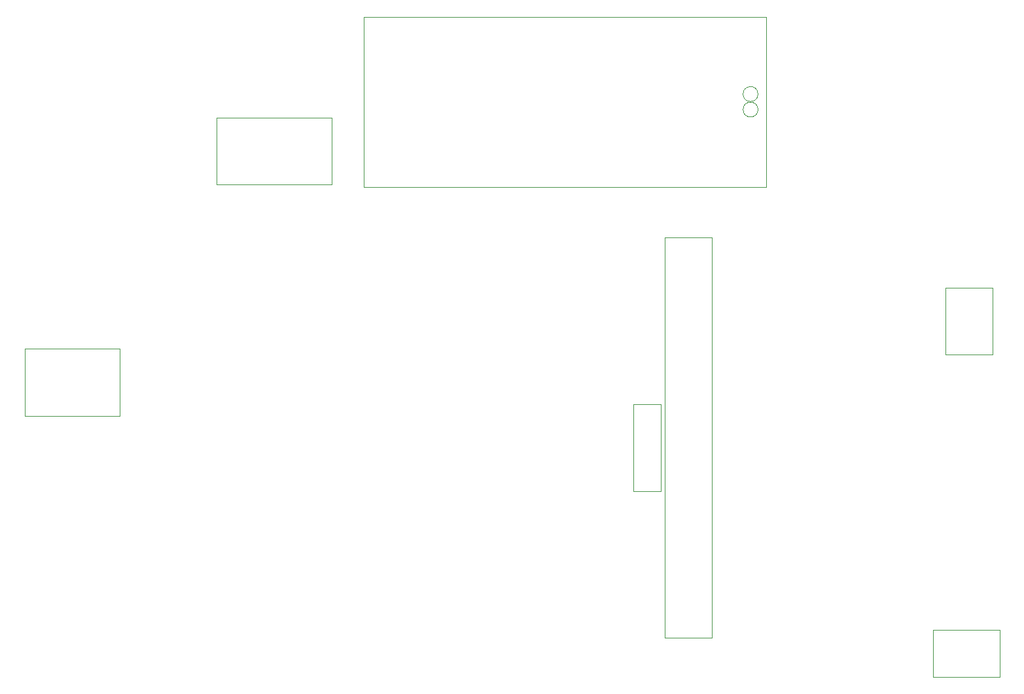
<source format=gbr>
%TF.GenerationSoftware,KiCad,Pcbnew,7.0.1.1-36-gbcf78dbe24-dirty-deb11*%
%TF.CreationDate,2023-03-26T09:40:22+00:00*%
%TF.ProjectId,pedalboard-hw,70656461-6c62-46f6-9172-642d68772e6b,0.0.1*%
%TF.SameCoordinates,Original*%
%TF.FileFunction,Other,User*%
%FSLAX46Y46*%
G04 Gerber Fmt 4.6, Leading zero omitted, Abs format (unit mm)*
G04 Created by KiCad (PCBNEW 7.0.1.1-36-gbcf78dbe24-dirty-deb11) date 2023-03-26 09:40:22*
%MOMM*%
%LPD*%
G01*
G04 APERTURE LIST*
%ADD10C,0.050000*%
%ADD11C,0.120000*%
G04 APERTURE END LIST*
D10*
%TO.C,J6*%
X115425000Y-99385000D02*
X111825000Y-99385000D01*
X115425000Y-88185000D02*
X115425000Y-99385000D01*
X111825000Y-99385000D02*
X111825000Y-88185000D01*
X111825000Y-88185000D02*
X115425000Y-88185000D01*
%TO.C,J5*%
X127967078Y-50006600D02*
G75*
G03*
X127967078Y-50006600I-965200J0D01*
G01*
X127965534Y-48000000D02*
G75*
G03*
X127965534Y-48000000I-965534J0D01*
G01*
D11*
%TO.C,U1*%
X77000000Y-60000000D02*
X129000000Y-60000000D01*
X129000000Y-60000000D02*
X129000000Y-38000000D01*
X77000000Y-38000000D02*
X77000000Y-60000000D01*
X129000000Y-38000000D02*
X77000000Y-38000000D01*
D10*
%TO.C,J4*%
X45415000Y-89640000D02*
X33065000Y-89640000D01*
X45415000Y-80990000D02*
X45415000Y-89640000D01*
X33065000Y-89640000D02*
X33065000Y-80990000D01*
X33065000Y-80990000D02*
X45415000Y-80990000D01*
%TO.C,J8*%
X159230000Y-123490600D02*
X150580000Y-123490600D01*
X159230000Y-117390600D02*
X159230000Y-123490600D01*
X158315000Y-81695600D02*
X152215000Y-81695600D01*
X158315000Y-73045600D02*
X158315000Y-81695600D01*
X152215000Y-81695600D02*
X152215000Y-73045600D01*
X152215000Y-73045600D02*
X158315000Y-73045600D01*
X150580000Y-123490600D02*
X150580000Y-117390600D01*
X150580000Y-117390600D02*
X159230000Y-117390600D01*
X122010000Y-118375600D02*
X115910000Y-118375600D01*
X122010000Y-66575600D02*
X122010000Y-118375600D01*
X115910000Y-118375600D02*
X115910000Y-66575600D01*
X115910000Y-66575600D02*
X122010000Y-66575600D01*
%TO.C,J15*%
X72800000Y-59700000D02*
X57900000Y-59700000D01*
X72800000Y-51050000D02*
X72800000Y-59700000D01*
X57900000Y-59700000D02*
X57900000Y-51050000D01*
X57900000Y-51050000D02*
X72800000Y-51050000D01*
%TD*%
M02*

</source>
